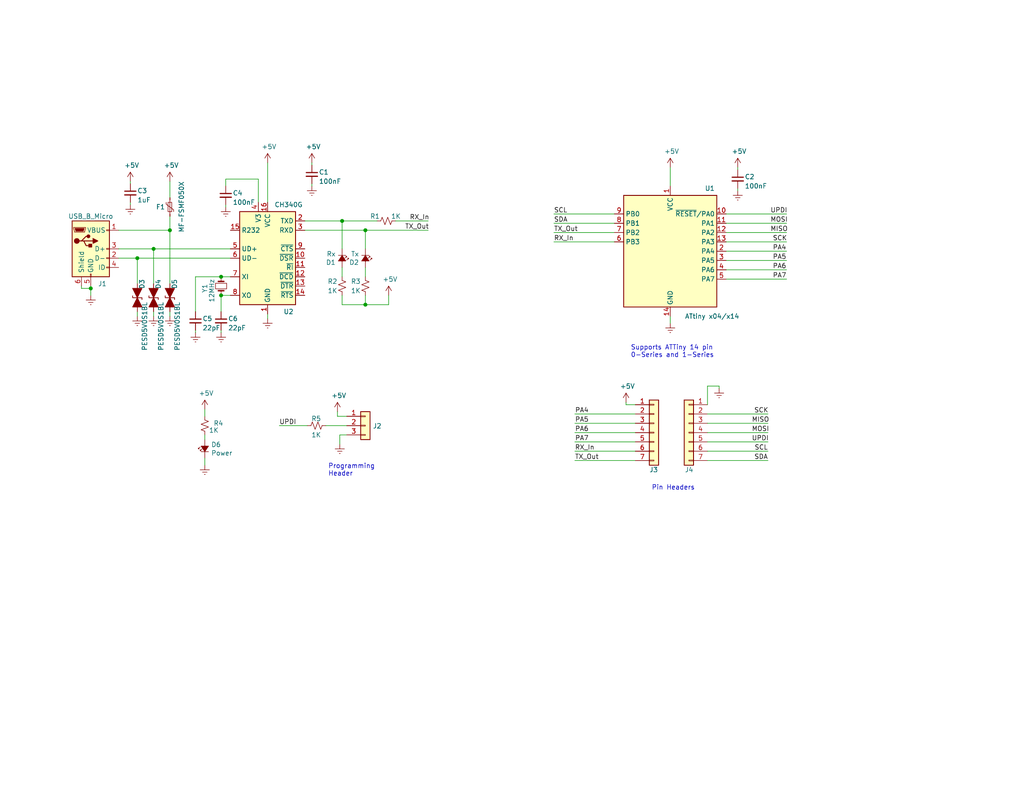
<source format=kicad_sch>
(kicad_sch (version 20211123) (generator eeschema)
  (paper "A")
  (title_block (title "ATTiny 14 pin 0-Series and 1-Series USB Breakout") (date "2022-03-03") (rev "1") (company "Gadget Reboot") (comment 1 "https://www.youtube.com/gadgetreboot") (comment 2 "https://github.com/GadgetReboot/ATTiny_xx4_USB"))
  (lib_symbols
    (symbol "GR_ATTiny_xx4_USB-rescue:+5V-power" (power) (pin_names (offset 0))
      (property "Value" "+5V-power" (at 0 3.556 0))
      (symbol "+5V-power_0_1"
        (polyline (pts (xy -0.762 1.27) (xy 0 2.54)))
        (polyline (pts (xy 0 0) (xy 0 2.54)))
        (polyline (pts (xy 0 2.54) (xy 0.762 1.27)))
      )
      (symbol "+5V-power_1_1"
        (pin power_in line (at 0 0 90) (length 0) hide (name "+5V") (number "1"))
      )
    )
    (symbol "GR_ATTiny_xx4_USB-rescue:ATtiny804-SS-MCU_Microchip_ATtiny"
      (property "Reference" "U" (at -12.7 16.51 0))
      (property "Value" "ATtiny804-SS-MCU_Microchip_ATtiny" (at 2.54 -16.51 0))
      (symbol "ATtiny804-SS-MCU_Microchip_ATtiny_0_1"
        (rectangle (start -12.7 -15.24) (end 12.7 15.24) (stroke (width 0.254)) (fill (type background)))
      )
      (symbol "ATtiny804-SS-MCU_Microchip_ATtiny_1_1"
        (pin power_in line (at 0 17.78 270) (length 2.54) (name "VCC") (number "1"))
        (pin tri_state line (at 15.24 10.16 180) (length 2.54) (name "~{RESET}/PA0") (number "10"))
        (pin tri_state line (at 15.24 7.62 180) (length 2.54) (name "PA1") (number "11"))
        (pin tri_state line (at 15.24 5.08 180) (length 2.54) (name "PA2") (number "12"))
        (pin tri_state line (at 15.24 2.54 180) (length 2.54) (name "PA3") (number "13"))
        (pin power_in line (at 0 -17.78 90) (length 2.54) (name "GND") (number "14"))
        (pin tri_state line (at 15.24 0 180) (length 2.54) (name "PA4") (number "2"))
        (pin tri_state line (at 15.24 -2.54 180) (length 2.54) (name "PA5") (number "3"))
        (pin tri_state line (at 15.24 -5.08 180) (length 2.54) (name "PA6") (number "4"))
        (pin tri_state line (at 15.24 -7.62 180) (length 2.54) (name "PA7") (number "5"))
        (pin tri_state line (at -15.24 2.54 0) (length 2.54) (name "PB3") (number "6"))
        (pin tri_state line (at -15.24 5.08 0) (length 2.54) (name "PB2") (number "7"))
        (pin tri_state line (at -15.24 7.62 0) (length 2.54) (name "PB1") (number "8"))
        (pin tri_state line (at -15.24 10.16 0) (length 2.54) (name "PB0") (number "9"))
      )
    )
    (symbol "GR_ATTiny_xx4_USB-rescue:CH340G-Interface_USB"
      (property "Reference" "U" (at -5.08 13.97 0))
      (property "Value" "CH340G-Interface_USB" (at 1.27 13.97 0))
      (symbol "CH340G-Interface_USB_0_1"
        (rectangle (start -7.62 12.7) (end 7.62 -12.7) (stroke (width 0.254)) (fill (type background)))
      )
      (symbol "CH340G-Interface_USB_1_1"
        (pin power_in line (at 0 -15.24 90) (length 2.54) (name "GND") (number "1"))
        (pin input line (at 10.16 0 180) (length 2.54) (name "~{DSR}") (number "10"))
        (pin input line (at 10.16 -2.54 180) (length 2.54) (name "~{RI}") (number "11"))
        (pin input line (at 10.16 -5.08 180) (length 2.54) (name "~{DCD}") (number "12"))
        (pin output line (at 10.16 -7.62 180) (length 2.54) (name "~{DTR}") (number "13"))
        (pin output line (at 10.16 -10.16 180) (length 2.54) (name "~{RTS}") (number "14"))
        (pin input line (at -10.16 7.62 0) (length 2.54) (name "R232") (number "15"))
        (pin power_in line (at 0 15.24 270) (length 2.54) (name "VCC") (number "16"))
        (pin output line (at 10.16 10.16 180) (length 2.54) (name "TXD") (number "2"))
        (pin input line (at 10.16 7.62 180) (length 2.54) (name "RXD") (number "3"))
        (pin passive line (at -2.54 15.24 270) (length 2.54) (name "V3") (number "4"))
        (pin bidirectional line (at -10.16 2.54 0) (length 2.54) (name "UD+") (number "5"))
        (pin bidirectional line (at -10.16 0 0) (length 2.54) (name "UD-") (number "6"))
        (pin input line (at -10.16 -5.08 0) (length 2.54) (name "XI") (number "7"))
        (pin output line (at -10.16 -10.16 0) (length 2.54) (name "XO") (number "8"))
        (pin input line (at 10.16 2.54 180) (length 2.54) (name "~{CTS}") (number "9"))
      )
    )
    (symbol "GR_ATTiny_xx4_USB-rescue:C_Small-Device" (pin_numbers hide) (pin_names (offset 0.254) hide)
      (property "Reference" "C" (at 0.254 1.778 0))
      (property "Value" "C_Small-Device" (at 0.254 -2.032 0))
      (symbol "C_Small-Device_0_1"
        (polyline (pts (xy -1.524 -0.508) (xy 1.524 -0.508)) (stroke (width 0.3302)))
        (polyline (pts (xy -1.524 0.508) (xy 1.524 0.508)) (stroke (width 0.3048)))
      )
      (symbol "C_Small-Device_1_1"
        (pin passive line (at 0 2.54 270) (length 2.032) (name "~") (number "1"))
        (pin passive line (at 0 -2.54 90) (length 2.032) (name "~") (number "2"))
      )
    )
    (symbol "GR_ATTiny_xx4_USB-rescue:Conn_01x03-Connector_Generic" (pin_names (offset 1.016) hide)
      (property "Reference" "J" (at 0 5.08 0))
      (property "Value" "Conn_01x03-Connector_Generic" (at 0 -5.08 0))
      (symbol "Conn_01x03-Connector_Generic_1_1"
        (rectangle (start -1.27 -2.413) (end 0 -2.667) (stroke (width 0.1524)))
        (rectangle (start -1.27 0.127) (end 0 -0.127) (stroke (width 0.1524)))
        (rectangle (start -1.27 2.667) (end 0 2.413) (stroke (width 0.1524)))
        (rectangle (start -1.27 3.81) (end 1.27 -3.81) (stroke (width 0.254)) (fill (type background)))
        (pin passive line (at -5.08 2.54 0) (length 3.81) (name "Pin_1") (number "1"))
        (pin passive line (at -5.08 0 0) (length 3.81) (name "Pin_2") (number "2"))
        (pin passive line (at -5.08 -2.54 0) (length 3.81) (name "Pin_3") (number "3"))
      )
    )
    (symbol "GR_ATTiny_xx4_USB-rescue:Conn_01x07-Connector_Generic" (pin_names (offset 1.016) hide)
      (property "Reference" "J" (at 0 10.16 0))
      (property "Value" "Conn_01x07-Connector_Generic" (at 0 -10.16 0))
      (symbol "Conn_01x07-Connector_Generic_1_1"
        (rectangle (start -1.27 -7.493) (end 0 -7.747) (stroke (width 0.1524)))
        (rectangle (start -1.27 -4.953) (end 0 -5.207) (stroke (width 0.1524)))
        (rectangle (start -1.27 -2.413) (end 0 -2.667) (stroke (width 0.1524)))
        (rectangle (start -1.27 0.127) (end 0 -0.127) (stroke (width 0.1524)))
        (rectangle (start -1.27 2.667) (end 0 2.413) (stroke (width 0.1524)))
        (rectangle (start -1.27 5.207) (end 0 4.953) (stroke (width 0.1524)))
        (rectangle (start -1.27 7.747) (end 0 7.493) (stroke (width 0.1524)))
        (rectangle (start -1.27 8.89) (end 1.27 -8.89) (stroke (width 0.254)) (fill (type background)))
        (pin passive line (at -5.08 7.62 0) (length 3.81) (name "Pin_1") (number "1"))
        (pin passive line (at -5.08 5.08 0) (length 3.81) (name "Pin_2") (number "2"))
        (pin passive line (at -5.08 2.54 0) (length 3.81) (name "Pin_3") (number "3"))
        (pin passive line (at -5.08 0 0) (length 3.81) (name "Pin_4") (number "4"))
        (pin passive line (at -5.08 -2.54 0) (length 3.81) (name "Pin_5") (number "5"))
        (pin passive line (at -5.08 -5.08 0) (length 3.81) (name "Pin_6") (number "6"))
        (pin passive line (at -5.08 -7.62 0) (length 3.81) (name "Pin_7") (number "7"))
      )
    )
    (symbol "GR_ATTiny_xx4_USB-rescue:Crystal_Small-Device" (pin_numbers hide) (pin_names (offset 1.016) hide)
      (property "Reference" "Y" (at 0 2.54 0))
      (property "Value" "Crystal_Small-Device" (at 0 -2.54 0))
      (symbol "Crystal_Small-Device_0_1"
        (rectangle (start -0.762 -1.524) (end 0.762 1.524))
        (polyline (pts (xy -1.27 -0.762) (xy -1.27 0.762)) (stroke (width 0.381)))
        (polyline (pts (xy 1.27 -0.762) (xy 1.27 0.762)) (stroke (width 0.381)))
      )
      (symbol "Crystal_Small-Device_1_1"
        (pin passive line (at -2.54 0 0) (length 1.27) (name "1") (number "1"))
        (pin passive line (at 2.54 0 180) (length 1.27) (name "2") (number "2"))
      )
    )
    (symbol "GR_ATTiny_xx4_USB-rescue:D_TVS_ALT-Device" (pin_numbers hide) (pin_names (offset 1.016) hide)
      (property "Reference" "D" (at 0 2.54 0))
      (property "Value" "D_TVS_ALT-Device" (at 0 -2.54 0))
      (symbol "D_TVS_ALT-Device_0_1"
        (polyline (pts (xy 1.27 0) (xy -1.27 0)))
        (polyline (pts (xy -2.54 -1.27) (xy 0 0) (xy -2.54 1.27) (xy -2.54 -1.27)) (stroke (width 0.2032)) (fill (type outline)))
        (polyline (pts (xy 0.508 1.27) (xy 0 1.27) (xy 0 -1.27) (xy -0.508 -1.27)) (stroke (width 0.2032)))
        (polyline (pts (xy 2.54 1.27) (xy 2.54 -1.27) (xy 0 0) (xy 2.54 1.27)) (stroke (width 0.2032)) (fill (type outline)))
      )
      (symbol "D_TVS_ALT-Device_1_1"
        (pin passive line (at -3.81 0 0) (length 2.54) (name "A1") (number "1"))
        (pin passive line (at 3.81 0 180) (length 2.54) (name "A2") (number "2"))
      )
    )
    (symbol "GR_ATTiny_xx4_USB-rescue:GNDREF-power" (power) (pin_names (offset 0))
      (property "Value" "GNDREF-power" (at 0 -3.81 0))
      (symbol "GNDREF-power_0_1"
        (polyline (pts (xy -0.635 -1.905) (xy 0.635 -1.905)))
        (polyline (pts (xy -0.127 -2.54) (xy 0.127 -2.54)))
        (polyline (pts (xy 0 -1.27) (xy 0 0)))
        (polyline (pts (xy 1.27 -1.27) (xy -1.27 -1.27)))
      )
      (symbol "GNDREF-power_1_1"
        (pin power_in line (at 0 0 270) (length 0) hide (name "GNDREF") (number "1"))
      )
    )
    (symbol "GR_ATTiny_xx4_USB-rescue:LED_Small_ALT-Device" (pin_numbers hide) (pin_names (offset 0.254) hide)
      (property "Reference" "D" (at -1.27 3.175 0))
      (property "Value" "LED_Small_ALT-Device" (at -4.445 -2.54 0))
      (symbol "LED_Small_ALT-Device_0_1"
        (polyline (pts (xy -0.762 -1.016) (xy -0.762 1.016)))
        (polyline (pts (xy 1.016 0) (xy -0.762 0)))
        (polyline (pts (xy 0.762 -1.016) (xy -0.762 0) (xy 0.762 1.016) (xy 0.762 -1.016)) (fill (type outline)))
        (polyline (pts (xy 0 0.762) (xy -0.508 1.27) (xy -0.254 1.27) (xy -0.508 1.27) (xy -0.508 1.016)))
        (polyline (pts (xy 0.508 1.27) (xy 0 1.778) (xy 0.254 1.778) (xy 0 1.778) (xy 0 1.524)))
      )
      (symbol "LED_Small_ALT-Device_1_1"
        (pin passive line (at -2.54 0 0) (length 1.778) (name "K") (number "1"))
        (pin passive line (at 2.54 0 180) (length 1.778) (name "A") (number "2"))
      )
    )
    (symbol "GR_ATTiny_xx4_USB-rescue:Polyfuse_Small-Device" (pin_numbers hide) (pin_names (offset 0))
      (property "Reference" "F" (at -1.905 0 90))
      (property "Value" "Polyfuse_Small-Device" (at 1.905 0 90))
      (symbol "Polyfuse_Small-Device_0_1"
        (rectangle (start -0.508 1.27) (end 0.508 -1.27))
        (polyline (pts (xy 0 2.54) (xy 0 -2.54)))
        (polyline (pts (xy -1.016 1.27) (xy -1.016 0.762) (xy 1.016 -0.762) (xy 1.016 -1.27)))
      )
      (symbol "Polyfuse_Small-Device_1_1"
        (pin passive line (at 0 2.54 270) (length 0.635) (name "~") (number "1"))
        (pin passive line (at 0 -2.54 90) (length 0.635) (name "~") (number "2"))
      )
    )
    (symbol "GR_ATTiny_xx4_USB-rescue:R_Small_US-Device" (pin_numbers hide) (pin_names (offset 0.254) hide)
      (property "Reference" "R" (at 0.762 0.508 0))
      (property "Value" "R_Small_US-Device" (at 0.762 -1.016 0))
      (symbol "R_Small_US-Device_1_1"
        (polyline (pts (xy 0 0) (xy 1.016 -0.381) (xy 0 -0.762) (xy -1.016 -1.143) (xy 0 -1.524)))
        (polyline (pts (xy 0 1.524) (xy 1.016 1.143) (xy 0 0.762) (xy -1.016 0.381) (xy 0 0)))
        (pin passive line (at 0 2.54 270) (length 1.016) (name "~") (number "1"))
        (pin passive line (at 0 -2.54 90) (length 1.016) (name "~") (number "2"))
      )
    )
    (symbol "GR_ATTiny_xx4_USB-rescue:USB_B_Micro-Connector" (pin_names (offset 1.016))
      (property "Reference" "J" (at -5.08 11.43 0))
      (property "Value" "USB_B_Micro-Connector" (at -5.08 8.89 0))
      (symbol "USB_B_Micro-Connector_0_1"
        (rectangle (start -5.08 -7.62) (end 5.08 7.62) (stroke (width 0.254)) (fill (type background)))
        (circle (center -3.81 2.159) (radius 0.635) (stroke (width 0.254)) (fill (type outline)))
        (circle (center -0.635 3.429) (radius 0.381) (stroke (width 0.254)) (fill (type outline)))
        (rectangle (start -0.127 -7.62) (end 0.127 -6.858))
        (polyline (pts (xy -1.905 2.159) (xy 0.635 2.159)) (stroke (width 0.254)))
        (polyline (pts (xy -3.175 2.159) (xy -2.54 2.159) (xy -1.27 3.429) (xy -0.635 3.429)) (stroke (width 0.254)))
        (polyline (pts (xy -2.54 2.159) (xy -1.905 2.159) (xy -1.27 0.889) (xy 0 0.889)) (stroke (width 0.254)))
        (polyline (pts (xy 0.635 2.794) (xy 0.635 1.524) (xy 1.905 2.159) (xy 0.635 2.794)) (stroke (width 0.254)) (fill (type outline)))
        (polyline (pts (xy -4.318 5.588) (xy -1.778 5.588) (xy -2.032 4.826) (xy -4.064 4.826) (xy -4.318 5.588)) (fill (type outline)))
        (polyline (pts (xy -4.699 5.842) (xy -4.699 5.588) (xy -4.445 4.826) (xy -4.445 4.572) (xy -1.651 4.572) (xy -1.651 4.826) (xy -1.397 5.588) (xy -1.397 5.842) (xy -4.699 5.842)))
        (rectangle (start 0.254 1.27) (end -0.508 0.508) (stroke (width 0.254)) (fill (type outline)))
        (rectangle (start 5.08 -5.207) (end 4.318 -4.953))
        (rectangle (start 5.08 -2.667) (end 4.318 -2.413))
        (rectangle (start 5.08 -0.127) (end 4.318 0.127))
        (rectangle (start 5.08 4.953) (end 4.318 5.207))
      )
      (symbol "USB_B_Micro-Connector_1_1"
        (pin power_out line (at 7.62 5.08 180) (length 2.54) (name "VBUS") (number "1"))
        (pin passive line (at 7.62 -2.54 180) (length 2.54) (name "D-") (number "2"))
        (pin passive line (at 7.62 0 180) (length 2.54) (name "D+") (number "3"))
        (pin passive line (at 7.62 -5.08 180) (length 2.54) (name "ID") (number "4"))
        (pin power_out line (at 0 -10.16 90) (length 2.54) (name "GND") (number "5"))
        (pin passive line (at -2.54 -10.16 90) (length 2.54) (name "Shield") (number "6"))
      )
    )
  )
  (junction (at 93.345 60.325))
  (junction (at 37.465 70.485))
  (junction (at 24.765 78.74))
  (junction (at 60.325 75.565))
  (junction (at 99.695 83.185))
  (junction (at 41.91 67.945))
  (junction (at 60.325 80.645))
  (junction (at 99.695 62.865))
  (junction (at 46.355 62.865))
  (wire (pts (xy 46.355 86.36) (xy 46.355 85.09)))
  (wire (pts (xy 55.88 111.76) (xy 55.88 113.665)))
  (wire (pts (xy 173.355 113.03) (xy 156.845 113.03)))
  (wire (pts (xy 70.485 55.245) (xy 70.485 48.895)))
  (wire (pts (xy 37.465 70.485) (xy 62.865 70.485)))
  (wire (pts (xy 93.345 67.945) (xy 93.345 60.325)))
  (wire (pts (xy 156.845 125.73) (xy 173.355 125.73)))
  (wire (pts (xy 22.225 78.105) (xy 22.225 78.74)))
  (wire (pts (xy 46.355 59.055) (xy 46.355 62.865)))
  (wire (pts (xy 93.345 75.565) (xy 93.345 73.025)))
  (wire (pts (xy 41.91 77.47) (xy 41.91 67.945)))
  (wire (pts (xy 151.13 60.96) (xy 167.64 60.96)))
  (wire (pts (xy 193.04 118.11) (xy 209.55 118.11)))
  (wire (pts (xy 198.12 71.12) (xy 214.63 71.12)))
  (wire (pts (xy 55.88 118.745) (xy 55.88 120.015)))
  (wire (pts (xy 46.355 77.47) (xy 46.355 62.865)))
  (wire (pts (xy 99.695 83.185) (xy 93.345 83.185)))
  (wire (pts (xy 198.12 68.58) (xy 214.63 68.58)))
  (wire (pts (xy 182.88 45.72) (xy 182.88 50.8)))
  (wire (pts (xy 99.695 62.865) (xy 116.84 62.865)))
  (wire (pts (xy 41.91 67.945) (xy 32.385 67.945)))
  (wire (pts (xy 198.12 63.5) (xy 214.63 63.5)))
  (wire (pts (xy 173.355 120.65) (xy 156.845 120.65)))
  (wire (pts (xy 99.695 75.565) (xy 99.695 73.025)))
  (wire (pts (xy 62.865 75.565) (xy 60.325 75.565)))
  (wire (pts (xy 170.815 110.49) (xy 173.355 110.49)))
  (wire (pts (xy 209.55 125.73) (xy 193.04 125.73)))
  (wire (pts (xy 76.2 116.205) (xy 83.82 116.205)))
  (wire (pts (xy 198.12 73.66) (xy 214.63 73.66)))
  (wire (pts (xy 151.13 63.5) (xy 167.64 63.5)))
  (wire (pts (xy 106.045 80.645) (xy 106.045 83.185)))
  (wire (pts (xy 198.12 76.2) (xy 214.63 76.2)))
  (wire (pts (xy 85.09 50.8) (xy 85.09 50.165)))
  (wire (pts (xy 35.56 55.88) (xy 35.56 55.245)))
  (wire (pts (xy 198.12 60.96) (xy 214.63 60.96)))
  (wire (pts (xy 60.325 85.09) (xy 60.325 80.645)))
  (wire (pts (xy 170.815 109.855) (xy 170.815 110.49)))
  (wire (pts (xy 37.465 70.485) (xy 32.385 70.485)))
  (wire (pts (xy 88.9 116.205) (xy 94.615 116.205)))
  (wire (pts (xy 198.12 58.42) (xy 214.63 58.42)))
  (wire (pts (xy 107.95 60.325) (xy 116.84 60.325)))
  (wire (pts (xy 94.615 113.665) (xy 92.075 113.665)))
  (wire (pts (xy 61.595 48.895) (xy 70.485 48.895)))
  (wire (pts (xy 32.385 62.865) (xy 46.355 62.865)))
  (wire (pts (xy 24.765 80.645) (xy 24.765 78.74)))
  (wire (pts (xy 61.595 56.515) (xy 61.595 55.88)))
  (wire (pts (xy 24.765 78.74) (xy 24.765 78.105)))
  (wire (pts (xy 85.09 45.085) (xy 85.09 44.45)))
  (wire (pts (xy 73.025 86.995) (xy 73.025 85.725)))
  (wire (pts (xy 106.045 83.185) (xy 99.695 83.185)))
  (wire (pts (xy 61.595 50.8) (xy 61.595 48.895)))
  (wire (pts (xy 37.465 86.36) (xy 37.465 85.09)))
  (wire (pts (xy 22.225 78.74) (xy 24.765 78.74)))
  (wire (pts (xy 92.71 118.745) (xy 92.71 121.285)))
  (wire (pts (xy 53.34 75.565) (xy 53.34 85.09)))
  (wire (pts (xy 94.615 118.745) (xy 92.71 118.745)))
  (wire (pts (xy 193.04 120.65) (xy 209.55 120.65)))
  (wire (pts (xy 60.325 75.565) (xy 53.34 75.565)))
  (wire (pts (xy 151.13 66.04) (xy 167.64 66.04)))
  (wire (pts (xy 99.695 83.185) (xy 99.695 80.645)))
  (wire (pts (xy 55.88 125.095) (xy 55.88 127)))
  (wire (pts (xy 41.91 67.945) (xy 62.865 67.945)))
  (wire (pts (xy 182.88 88.265) (xy 182.88 86.36)))
  (wire (pts (xy 193.04 105.41) (xy 193.04 110.49)))
  (wire (pts (xy 173.355 118.11) (xy 156.845 118.11)))
  (wire (pts (xy 83.185 60.325) (xy 93.345 60.325)))
  (wire (pts (xy 41.91 86.36) (xy 41.91 85.09)))
  (wire (pts (xy 173.355 115.57) (xy 156.845 115.57)))
  (wire (pts (xy 198.12 66.04) (xy 214.63 66.04)))
  (wire (pts (xy 37.465 77.47) (xy 37.465 70.485)))
  (wire (pts (xy 201.295 52.07) (xy 201.295 51.435)))
  (wire (pts (xy 93.345 83.185) (xy 93.345 80.645)))
  (wire (pts (xy 53.34 90.805) (xy 53.34 90.17)))
  (wire (pts (xy 196.215 105.41) (xy 196.215 106.045)))
  (wire (pts (xy 209.55 123.19) (xy 193.04 123.19)))
  (wire (pts (xy 151.13 58.42) (xy 167.64 58.42)))
  (wire (pts (xy 201.295 46.355) (xy 201.295 45.72)))
  (wire (pts (xy 99.695 67.945) (xy 99.695 62.865)))
  (wire (pts (xy 35.56 50.165) (xy 35.56 49.53)))
  (wire (pts (xy 93.345 60.325) (xy 102.87 60.325)))
  (wire (pts (xy 193.04 113.03) (xy 209.55 113.03)))
  (wire (pts (xy 92.075 113.665) (xy 92.075 112.395)))
  (wire (pts (xy 60.325 90.805) (xy 60.325 90.17)))
  (wire (pts (xy 62.865 80.645) (xy 60.325 80.645)))
  (wire (pts (xy 46.355 49.53) (xy 46.355 53.975)))
  (wire (pts (xy 83.185 62.865) (xy 99.695 62.865)))
  (wire (pts (xy 156.845 123.19) (xy 173.355 123.19)))
  (wire (pts (xy 73.025 44.45) (xy 73.025 55.245)))
  (wire (pts (xy 196.215 105.41) (xy 193.04 105.41)))
  (wire (pts (xy 193.04 115.57) (xy 209.55 115.57)))
  (text "Programming\nHeader" (at 89.535 130.175 0) (effects (font (size 1.27 1.27)) (justify left bottom)))
  (text "Supports ATTiny 14 pin \n0-Series and 1-Series" (at 172.085 97.79 0) (effects (font (size 1.27 1.27)) (justify left bottom)))
  (text "Pin Headers" (at 177.8 133.985 0) (effects (font (size 1.27 1.27)) (justify left bottom)))
  (label "UPDI" (at 210.185 58.42 0))
  (label "PA5" (at 160.655 115.57 180))
  (label "PA4" (at 160.655 113.03 180))
  (label "TX_Out" (at 110.49 62.865 0))
  (label "TX_Out" (at 156.845 125.73 0))
  (label "UPDI" (at 76.2 116.205 0))
  (label "TX_Out" (at 151.13 63.5 0))
  (label "RX_In" (at 151.13 66.04 0))
  (label "PA4" (at 210.82 68.58 0))
  (label "SCL" (at 209.55 123.19 180))
  (label "PA7" (at 160.655 120.65 180))
  (label "MISO" (at 205.105 115.57 0))
  (label "UPDI" (at 205.105 120.65 0))
  (label "MISO" (at 210.185 63.5 0))
  (label "SCL" (at 151.13 58.42 0))
  (label "PA7" (at 210.82 76.2 0))
  (label "SDA" (at 151.13 60.96 0))
  (label "SCK" (at 205.74 113.03 0))
  (label "SDA" (at 209.55 125.73 180))
  (label "SCK" (at 210.82 66.04 0))
  (label "RX_In" (at 156.845 123.19 0))
  (label "MOSI" (at 210.185 60.96 0))
  (label "PA6" (at 160.655 118.11 180))
  (label "MOSI" (at 205.105 118.11 0))
  (label "RX_In" (at 111.76 60.325 0))
  (label "PA5" (at 210.82 71.12 0))
  (label "PA6" (at 210.82 73.66 0))
  (symbol (lib_id "GR_ATTiny_xx4_USB-rescue:D_TVS_ALT-Device") (at 41.91 81.28 270) (unit 1)
    (property "Reference" "D4" (at 43.18 76.2 0) (effects (justify left)))
    (property "Value" "PESD5V0S1BL" (at 43.9166 82.423 0) (effects (justify left)))
    (property "Footprint" "_Custom_Footprints:SOD-882" (effects hide))
  )
  (symbol (lib_id "GR_ATTiny_xx4_USB-rescue:D_TVS_ALT-Device") (at 46.355 81.28 270) (unit 1)
    (property "Reference" "D5" (at 47.625 76.2 0) (effects (justify left)))
    (property "Value" "PESD5V0S1BL" (at 48.3616 82.423 0) (effects (justify left)))
    (property "Footprint" "_Custom_Footprints:SOD-882" (effects hide))
  )
  (symbol (lib_id "GR_ATTiny_xx4_USB-rescue:GNDREF-power") (at 37.465 86.36 0) (mirror y) (unit 1)
    (property "Reference" "#PWR013" (effects hide))
    (property "Value" "GNDREF" (effects hide))
  )
  (symbol (lib_id "GR_ATTiny_xx4_USB-rescue:GNDREF-power") (at 41.91 86.36 0) (mirror y) (unit 1)
    (property "Reference" "#PWR014" (effects hide))
    (property "Value" "GNDREF" (effects hide))
  )
  (symbol (lib_id "GR_ATTiny_xx4_USB-rescue:GNDREF-power") (at 46.355 86.36 0) (mirror y) (unit 1)
    (property "Reference" "#PWR015" (effects hide))
    (property "Value" "GNDREF" (effects hide))
  )
  (symbol (lib_id "GR_ATTiny_xx4_USB-rescue:CH340G-Interface_USB") (at 73.025 70.485 0) (unit 1)
    (property "Reference" "U2" (at 78.74 85.09 0))
    (property "Value" "CH340G" (at 78.74 55.88 0))
    (property "Footprint" "Package_SO:SOIC-16_3.9x9.9mm_P1.27mm" (effects hide))
    (property "Datasheet" "http://www.datasheet5.com/pdf-local-2195953" (effects hide))
  )
  (symbol (lib_id "GR_ATTiny_xx4_USB-rescue:USB_B_Micro-Connector") (at 24.765 67.945 0) (unit 1)
    (property "Reference" "J1" (at 27.94 77.47 0))
    (property "Value" "USB_B_Micro" (at 24.765 59.055 0))
    (property "Footprint" "Connector_USB:USB_Micro-B_Amphenol_10103594-0001LF_Horizontal" (effects hide))
  )
  (symbol (lib_id "GR_ATTiny_xx4_USB-rescue:Crystal_Small-Device") (at 60.325 78.105 270) (unit 1)
    (property "Reference" "Y1" (at 55.88 78.74 0))
    (property "Value" "12MHz" (at 57.785 79.375 0))
    (property "Footprint" "Crystal:Crystal_SMD_HC49-SD_HandSoldering" (effects hide))
  )
  (symbol (lib_id "GR_ATTiny_xx4_USB-rescue:GNDREF-power") (at 24.765 80.645 0) (mirror y) (unit 1)
    (property "Reference" "#PWR011" (effects hide))
    (property "Value" "GNDREF" (effects hide))
  )
  (symbol (lib_id "GR_ATTiny_xx4_USB-rescue:C_Small-Device") (at 60.325 87.63 0) (unit 1)
    (property "Reference" "C6" (at 62.23 86.995 0) (effects (justify left)))
    (property "Value" "22pF" (at 62.23 89.535 0) (effects (justify left)))
    (property "Footprint" "Capacitor_SMD:C_0805_2012Metric_Pad1.15x1.40mm_HandSolder" (effects hide))
  )
  (symbol (lib_id "GR_ATTiny_xx4_USB-rescue:C_Small-Device") (at 53.34 87.63 0) (unit 1)
    (property "Reference" "C5" (at 55.245 86.995 0) (effects (justify left)))
    (property "Value" "22pF" (at 55.245 89.535 0) (effects (justify left)))
    (property "Footprint" "Capacitor_SMD:C_0805_2012Metric_Pad1.15x1.40mm_HandSolder" (effects hide))
  )
  (symbol (lib_id "GR_ATTiny_xx4_USB-rescue:GNDREF-power") (at 53.34 90.805 0) (mirror y) (unit 1)
    (property "Reference" "#PWR018" (effects hide))
    (property "Value" "GNDREF" (effects hide))
  )
  (symbol (lib_id "GR_ATTiny_xx4_USB-rescue:GNDREF-power") (at 60.325 90.805 0) (mirror y) (unit 1)
    (property "Reference" "#PWR019" (effects hide))
    (property "Value" "GNDREF" (effects hide))
  )
  (symbol (lib_id "GR_ATTiny_xx4_USB-rescue:GNDREF-power") (at 73.025 86.995 0) (mirror y) (unit 1)
    (property "Reference" "#PWR016" (effects hide))
    (property "Value" "GNDREF" (effects hide))
  )
  (symbol (lib_id "GR_ATTiny_xx4_USB-rescue:D_TVS_ALT-Device") (at 37.465 81.28 270) (unit 1)
    (property "Reference" "D3" (at 38.735 76.2 0) (effects (justify left)))
    (property "Value" "PESD5V0S1BL" (at 39.4716 82.423 0) (effects (justify left)))
    (property "Footprint" "_Custom_Footprints:SOD-882" (effects hide))
  )
  (symbol (lib_id "GR_ATTiny_xx4_USB-rescue:R_Small_US-Device") (at 105.41 60.325 90) (unit 1)
    (property "Reference" "R1" (at 100.965 59.055 90) (effects (justify right)))
    (property "Value" "1K" (at 106.68 59.055 90) (effects (justify right)))
    (property "Footprint" "Resistor_SMD:R_0805_2012Metric_Pad1.15x1.40mm_HandSolder" (effects hide))
  )
  (symbol (lib_id "GR_ATTiny_xx4_USB-rescue:C_Small-Device") (at 61.595 53.34 0) (unit 1)
    (property "Reference" "C4" (at 63.5 52.705 0) (effects (justify left)))
    (property "Value" "100nF" (at 63.5 55.245 0) (effects (justify left)))
    (property "Footprint" "Capacitor_SMD:C_0805_2012Metric_Pad1.15x1.40mm_HandSolder" (effects hide))
  )
  (symbol (lib_id "GR_ATTiny_xx4_USB-rescue:GNDREF-power") (at 61.595 56.515 0) (mirror y) (unit 1)
    (property "Reference" "#PWR010" (effects hide))
    (property "Value" "GNDREF" (effects hide))
  )
  (symbol (lib_id "GR_ATTiny_xx4_USB-rescue:Polyfuse_Small-Device") (at 46.355 56.515 180) (unit 1)
    (property "Reference" "F1" (at 42.545 56.515 0) (effects (justify right)))
    (property "Value" "MF-FSMF050X" (at 49.53 63.5 90) (effects (justify right)))
    (property "Footprint" "Resistor_SMD:R_0603_1608Metric_Pad1.05x0.95mm_HandSolder" (effects hide))
  )
  (symbol (lib_id "GR_ATTiny_xx4_USB-rescue:C_Small-Device") (at 35.56 52.705 0) (unit 1)
    (property "Reference" "C3" (at 37.465 52.07 0) (effects (justify left)))
    (property "Value" "1uF" (at 37.465 54.61 0) (effects (justify left)))
    (property "Footprint" "Capacitor_SMD:C_0805_2012Metric_Pad1.15x1.40mm_HandSolder" (effects hide))
  )
  (symbol (lib_id "GR_ATTiny_xx4_USB-rescue:GNDREF-power") (at 35.56 55.88 0) (mirror y) (unit 1)
    (property "Reference" "#PWR09" (effects hide))
    (property "Value" "GNDREF" (effects hide))
  )
  (symbol (lib_id "GR_ATTiny_xx4_USB-rescue:R_Small_US-Device") (at 55.88 116.205 0) (unit 1)
    (property "Reference" "R4" (at 60.96 115.57 0) (effects (justify right)))
    (property "Value" "1K" (at 59.69 117.475 0) (effects (justify right)))
    (property "Footprint" "Resistor_SMD:R_0805_2012Metric_Pad1.15x1.40mm_HandSolder" (effects hide))
  )
  (symbol (lib_id "GR_ATTiny_xx4_USB-rescue:LED_Small_ALT-Device") (at 55.88 122.555 90) (unit 1)
    (property "Reference" "D6" (at 57.6072 121.3866 90) (effects (justify right)))
    (property "Value" "Power" (at 57.6072 123.698 90) (effects (justify right)))
    (property "Footprint" "LED_SMD:LED_0805_2012Metric_Pad1.15x1.40mm_HandSolder" (effects hide))
  )
  (symbol (lib_id "GR_ATTiny_xx4_USB-rescue:GNDREF-power") (at 55.88 127 0) (mirror y) (unit 1)
    (property "Reference" "#PWR025" (effects hide))
    (property "Value" "GNDREF" (effects hide))
  )
  (symbol (lib_id "GR_ATTiny_xx4_USB-rescue:ATtiny804-SS-MCU_Microchip_ATtiny") (at 182.88 68.58 0) (unit 1)
    (property "Reference" "U1" (at 193.675 51.435 0))
    (property "Value" "ATtiny x04/x14" (at 194.31 86.36 0))
    (property "Footprint" "Package_SO:SOIC-14_3.9x8.7mm_P1.27mm" (effects hide))
    (property "Datasheet" "http://ww1.microchip.com/downloads/en/DeviceDoc/ATtiny804_1604-Data-Sheet-40002028A.pdf" (effects hide))
  )
  (symbol (lib_id "GR_ATTiny_xx4_USB-rescue:+5V-power") (at 46.355 49.53 0) (unit 1)
    (property "Reference" "#PWR06" (effects hide))
    (property "Value" "+5V" (at 46.736 45.1358 0))
  )
  (symbol (lib_id "GR_ATTiny_xx4_USB-rescue:+5V-power") (at 35.56 49.53 0) (unit 1)
    (property "Reference" "#PWR05" (effects hide))
    (property "Value" "+5V" (at 35.941 45.1358 0))
  )
  (symbol (lib_id "GR_ATTiny_xx4_USB-rescue:+5V-power") (at 73.025 44.45 0) (unit 1)
    (property "Reference" "#PWR01" (effects hide))
    (property "Value" "+5V" (at 73.406 40.0558 0))
  )
  (symbol (lib_id "GR_ATTiny_xx4_USB-rescue:C_Small-Device") (at 85.09 47.625 0) (unit 1)
    (property "Reference" "C1" (at 86.995 46.99 0) (effects (justify left)))
    (property "Value" "100nF" (at 86.995 49.53 0) (effects (justify left)))
    (property "Footprint" "Capacitor_SMD:C_0805_2012Metric_Pad1.15x1.40mm_HandSolder" (effects hide))
  )
  (symbol (lib_id "GR_ATTiny_xx4_USB-rescue:GNDREF-power") (at 85.09 50.8 0) (mirror y) (unit 1)
    (property "Reference" "#PWR07" (effects hide))
    (property "Value" "GNDREF" (effects hide))
  )
  (symbol (lib_id "GR_ATTiny_xx4_USB-rescue:+5V-power") (at 85.09 44.45 0) (unit 1)
    (property "Reference" "#PWR02" (effects hide))
    (property "Value" "+5V" (at 85.471 40.0558 0))
  )
  (symbol (lib_id "GR_ATTiny_xx4_USB-rescue:LED_Small_ALT-Device") (at 93.345 70.485 270) (unit 1)
    (property "Reference" "D1" (at 91.6178 71.6534 90) (effects (justify right)))
    (property "Value" "Rx" (at 91.6178 69.342 90) (effects (justify right)))
    (property "Footprint" "LED_SMD:LED_0805_2012Metric_Pad1.15x1.40mm_HandSolder" (effects hide))
  )
  (symbol (lib_id "GR_ATTiny_xx4_USB-rescue:LED_Small_ALT-Device") (at 99.695 70.485 270) (unit 1)
    (property "Reference" "D2" (at 97.9678 71.6534 90) (effects (justify right)))
    (property "Value" "Tx" (at 97.9678 69.342 90) (effects (justify right)))
    (property "Footprint" "LED_SMD:LED_0805_2012Metric_Pad1.15x1.40mm_HandSolder" (effects hide))
  )
  (symbol (lib_id "GR_ATTiny_xx4_USB-rescue:R_Small_US-Device") (at 93.345 78.105 0) (unit 1)
    (property "Reference" "R2" (at 92.075 76.835 0) (effects (justify right)))
    (property "Value" "1K" (at 92.075 79.375 0) (effects (justify right)))
    (property "Footprint" "Resistor_SMD:R_0805_2012Metric_Pad1.15x1.40mm_HandSolder" (effects hide))
  )
  (symbol (lib_id "GR_ATTiny_xx4_USB-rescue:R_Small_US-Device") (at 99.695 78.105 0) (unit 1)
    (property "Reference" "R3" (at 98.425 76.835 0) (effects (justify right)))
    (property "Value" "1K" (at 98.425 79.375 0) (effects (justify right)))
    (property "Footprint" "Resistor_SMD:R_0805_2012Metric_Pad1.15x1.40mm_HandSolder" (effects hide))
  )
  (symbol (lib_id "GR_ATTiny_xx4_USB-rescue:+5V-power") (at 106.045 80.645 0) (unit 1)
    (property "Reference" "#PWR012" (effects hide))
    (property "Value" "+5V" (at 106.426 76.2508 0))
  )
  (symbol (lib_id "GR_ATTiny_xx4_USB-rescue:+5V-power") (at 55.88 111.76 0) (unit 1)
    (property "Reference" "#PWR022" (effects hide))
    (property "Value" "+5V" (at 56.261 107.3658 0))
  )
  (symbol (lib_id "GR_ATTiny_xx4_USB-rescue:+5V-power") (at 182.88 45.72 0) (unit 1)
    (property "Reference" "#PWR03" (effects hide))
    (property "Value" "+5V" (at 183.261 41.3258 0))
  )
  (symbol (lib_id "GR_ATTiny_xx4_USB-rescue:C_Small-Device") (at 201.295 48.895 0) (unit 1)
    (property "Reference" "C2" (at 203.2 48.26 0) (effects (justify left)))
    (property "Value" "100nF" (at 203.2 50.8 0) (effects (justify left)))
    (property "Footprint" "Capacitor_SMD:C_0805_2012Metric_Pad1.15x1.40mm_HandSolder" (effects hide))
  )
  (symbol (lib_id "GR_ATTiny_xx4_USB-rescue:GNDREF-power") (at 201.295 52.07 0) (mirror y) (unit 1)
    (property "Reference" "#PWR08" (effects hide))
    (property "Value" "GNDREF" (effects hide))
  )
  (symbol (lib_id "GR_ATTiny_xx4_USB-rescue:+5V-power") (at 201.295 45.72 0) (unit 1)
    (property "Reference" "#PWR04" (effects hide))
    (property "Value" "+5V" (at 201.676 41.3258 0))
  )
  (symbol (lib_id "GR_ATTiny_xx4_USB-rescue:GNDREF-power") (at 182.88 88.265 0) (mirror y) (unit 1)
    (property "Reference" "#PWR017" (effects hide))
    (property "Value" "GNDREF" (effects hide))
  )
  (symbol (lib_id "GR_ATTiny_xx4_USB-rescue:Conn_01x07-Connector_Generic") (at 178.435 118.11 0) (unit 1)
    (property "Reference" "J3" (at 177.165 128.27 0) (effects (justify left)))
    (property "Value" "Conn_01x07" (effects hide))
    (property "Footprint" "Connector_PinHeader_2.54mm:PinHeader_1x07_P2.54mm_Vertical" (effects hide))
  )
  (symbol (lib_id "GR_ATTiny_xx4_USB-rescue:Conn_01x07-Connector_Generic") (at 187.96 118.11 0) (mirror y) (unit 1)
    (property "Reference" "J4" (at 189.23 128.27 0) (effects (justify left)))
    (property "Value" "Conn_01x07" (effects hide))
    (property "Footprint" "Connector_PinHeader_2.54mm:PinHeader_1x07_P2.54mm_Vertical" (effects hide))
  )
  (symbol (lib_id "GR_ATTiny_xx4_USB-rescue:+5V-power") (at 170.815 109.855 0) (unit 1)
    (property "Reference" "#PWR021" (effects hide))
    (property "Value" "+5V" (at 171.196 105.4608 0))
  )
  (symbol (lib_id "GR_ATTiny_xx4_USB-rescue:GNDREF-power") (at 196.215 106.045 0) (mirror y) (unit 1)
    (property "Reference" "#PWR020" (effects hide))
    (property "Value" "GNDREF" (effects hide))
  )
  (symbol (lib_id "GR_ATTiny_xx4_USB-rescue:Conn_01x03-Connector_Generic") (at 99.695 116.205 0) (unit 1)
    (property "Reference" "J2" (at 101.727 116.3066 0) (effects (justify left)))
    (property "Value" "Conn_01x03" (effects hide))
    (property "Footprint" "Connector_PinHeader_2.54mm:PinHeader_1x03_P2.54mm_Vertical" (effects hide))
  )
  (symbol (lib_id "GR_ATTiny_xx4_USB-rescue:GNDREF-power") (at 92.71 121.285 0) (mirror y) (unit 1)
    (property "Reference" "#PWR024" (effects hide))
    (property "Value" "GNDREF" (effects hide))
  )
  (symbol (lib_id "GR_ATTiny_xx4_USB-rescue:+5V-power") (at 92.075 112.395 0) (unit 1)
    (property "Reference" "#PWR023" (effects hide))
    (property "Value" "+5V" (at 92.456 108.0008 0))
  )
  (symbol (lib_id "GR_ATTiny_xx4_USB-rescue:R_Small_US-Device") (at 86.36 116.205 270) (unit 1)
    (property "Reference" "R5" (at 87.63 114.3 90) (effects (justify right)))
    (property "Value" "1K" (at 87.63 118.745 90) (effects (justify right)))
    (property "Footprint" "Resistor_SMD:R_0805_2012Metric_Pad1.15x1.40mm_HandSolder" (effects hide))
  )
)
</source>
